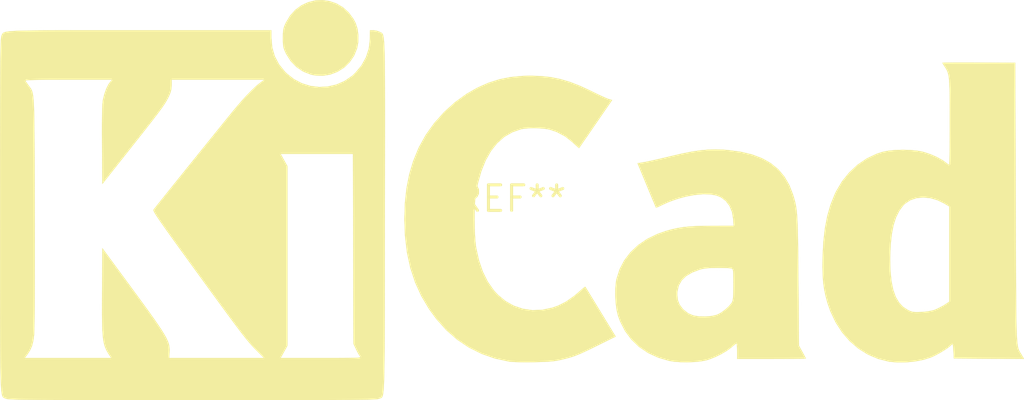
<source format=kicad_pcb>
(kicad_pcb (version 20240108) (generator pcbnew)
  (layers (0 "F.Cu" signal) (31 "B.Cu" signal) (34 "B.Paste" user) (35 "F.Paste" user) (36 "B.SilkS" user "B.Silkscreen") (37 "F.SilkS" user "F.Silkscreen") (38 "B.Mask" user) (39 "F.Mask" user) (44 "Edge.Cuts" user))
  (net 0 "")
  (footprint "KiCad-Logo_20mm_SilkScreen" (layer "F.Cu") (at 0 0)
    (property "Reference" "REF**")
    (property "Value" "KiCad-Logo_20mm_SilkScreen")
    (fp_poly (pts (xy -9.038074 -9.82526) (xy -8.696237 -9.706738) (xy -8.377974 -9.520185) (xy -8.093738 -9.265625) (xy -7.853979 -8.943082) (xy -7.746279 -8.739785) (xy -7.65307 -8.455428) (xy -7.607892 -8.127149) (xy -7.612896 -7.789658) (xy -7.668444 -7.483834) (xy -7.820269 -7.110127) (xy -8.04043 -6.785963) (xy -8.317736 -6.517721) (xy -8.640996 -6.311778) (xy -8.999023 -6.174513) (xy -9.380625 -6.112305) (xy -9.774612 -6.13153) (xy -9.968818 -6.172617) (xy -10.347308 -6.319849) (xy -10.683469 -6.544517) (xy -10.969191 -6.839695) (xy -11.196366 -7.198456) (xy -11.215586 -7.237635) (xy -11.282029 -7.384658) (xy -11.323748 -7.508483) (xy -11.346398 -7.639108) (xy -11.355636 -7.806534) (xy -11.357169 -7.98871) (xy -11.354634 -8.207586) (xy -11.34319 -8.365818) (xy -11.317083 -8.493746) (xy -11.270554 -8.621711) (xy -11.213121 -8.747961) (xy -10.998896 -9.10635) (xy -10.735086 -9.396534) (xy -10.432144 -9.618539) (xy -10.100521 -9.77239) (xy -9.750667 -9.85811) (xy -9.393034 -9.875725) (xy -9.038074 -9.82526)) (layer "F.SilkS") (stroke (width 0.01)) (fill solid))
    (fp_poly (pts (xy 1.458655 -6.098705) (xy 1.94951 -6.044968) (xy 2.425066 -5.948784) (xy 2.904667 -5.805138) (xy 3.40766 -5.609011) (xy 3.95339 -5.355388) (xy 4.051669 -5.306261) (xy 4.277206 -5.19515) (xy 4.489919 -5.095101) (xy 4.668813 -5.015668) (xy 4.792894 -4.966408) (xy 4.811955 -4.960206) (xy 4.994623 -4.905477) (xy 4.176926 -3.715911) (xy 3.97701 -3.425175) (xy 3.794231 -3.15955) (xy 3.634805 -2.928053) (xy 3.504948 -2.739703) (xy 3.410875 -2.603517) (xy 3.358802 -2.528515) (xy 3.350342 -2.516636) (xy 3.315981 -2.541472) (xy 3.231399 -2.616133) (xy 3.111723 -2.727058) (xy 3.045676 -2.789755) (xy 2.671471 -3.087387) (xy 2.251211 -3.313554) (xy 1.889068 -3.437438) (xy 1.671679 -3.476345) (xy 1.399489 -3.500054) (xy 1.104511 -3.508127) (xy 0.81876 -3.500123) (xy 0.574248 -3.475603) (xy 0.476678 -3.456825) (xy 0.036912 -3.305526) (xy -0.35937 -3.074507) (xy -0.711874 -2.764192) (xy -1.020306 -2.375002) (xy -1.284374 -1.90736) (xy -1.503784 -1.361688) (xy -1.678243 -0.738409) (xy -1.781925 -0.204839) (xy -1.808976 0.030711) (xy -1.827406 0.335007) (xy -1.837395 0.686182) (xy -1.839121 1.06237) (xy -1.832761 1.441703) (xy -1.818494 1.802314) (xy -1.796498 2.122337) (xy -1.76695 2.379904) (xy -1.760554 2.419644) (xy -1.619582 3.059767) (xy -1.427507 3.626306) (xy -1.183162 4.121797) (xy -0.885376 4.54878) (xy -0.674 4.779625) (xy -0.294124 5.093046) (xy 0.12248 5.325367) (xy 0.568784 5.475325) (xy 1.037761 5.541656) (xy 1.522383 5.523095) (xy 2.015622 5.418377) (xy 2.307233 5.315912) (xy 2.710776 5.110727) (xy 3.1267 4.816395) (xy 3.359682 4.617353) (xy 3.490502 4.502151) (xy 3.593284 4.417632) (xy 3.651788 4.376906) (xy 3.65905 4.375663) (xy 3.685162 4.417278) (xy 3.752821 4.527247) (xy 3.856262 4.696142) (xy 3.989722 4.914536) (xy 4.147438 5.173) (xy 4.323644 5.462108) (xy 4.421723 5.62316) (xy 5.170878 6.853669) (xy 4.235528 7.315916) (xy 3.89734 7.481954) (xy 3.623379 7.612882) (xy 3.396899 7.715204) (xy 3.201152 7.795422) (xy 3.019394 7.860038) (xy 2.834877 7.915555) (xy 2.630856 7.968476) (xy 2.435304 8.014949) (xy 2.261492 8.050909) (xy 2.07972 8.078085) (xy 1.871789 8.097985) (xy 1.619505 8.112116) (xy 1.304668 8.121987) (xy 1.092473 8.126248) (xy 0.789705 8.129156) (xy 0.499389 8.12769) (xy 0.240738 8.122267) (xy 0.032963 8.113306) (xy -0.104723 8.101225) (xy -0.112882 8.10002) (xy -0.827848 7.945341) (xy -1.499251 7.710749) (xy -2.126853 7.396398) (xy -2.710419 7.002444) (xy -3.249713 6.52904) (xy -3.744499 5.976342) (xy -4.102835 5.485125) (xy -4.484315 4.842164) (xy -4.792685 4.163159) (xy -5.029436 3.442667) (xy -5.19606 2.675243) (xy -5.294047 1.855445) (xy -5.324918 1.022999) (xy -5.299528 0.217723) (xy -5.21974 -0.525263) (xy -5.083019 -1.218491) (xy -4.886828 -1.874494) (xy -4.628634 -2.505804) (xy -4.597804 -2.571209) (xy -4.258157 -3.182601) (xy -3.840996 -3.764401) (xy -3.358141 -4.304567) (xy -2.82141 -4.791056) (xy -2.242623 -5.211826) (xy -1.703311 -5.520476) (xy -1.158493 -5.762217) (xy -0.612518 -5.937328) (xy -0.044252 -6.050579) (xy 0.567442 -6.106733) (xy 0.933154 -6.115013) (xy 1.458655 -6.098705)) (layer "F.SilkS") (stroke (width 0.01)) (fill solid))
    (fp_poly (pts (xy 22.684945 -6.77397) (xy 23.07209 -6.772382) (xy 23.203673 -6.77158) (xy 25.013082 -6.759678) (xy 25.035842 0.182079) (xy 25.038848 1.123401) (xy 25.041514 1.978107) (xy 25.04401 2.750619) (xy 25.04651 3.445356) (xy 25.049182 4.066742) (xy 25.0522 4.619198) (xy 25.055733 5.107144) (xy 25.059954 5.535003) (xy 25.065033 5.907196) (xy 25.071142 6.228145) (xy 25.078452 6.502271) (xy 25.087134 6.733996) (xy 25.09736 6.927741) (xy 25.1093 7.087927) (xy 25.123126 7.218977) (xy 25.139009 7.325311) (xy 25.157121 7.411352) (xy 25.177632 7.48152) (xy 25.200714 7.540238) (xy 25.226538 7.591926) (xy 25.255275 7.641007) (xy 25.287097 7.691901) (xy 25.322175 7.749031) (xy 25.329365 7.761199) (xy 25.449993 7.967036) (xy 21.963261 7.94319) (xy 21.940501 7.560237) (xy 21.928109 7.376455) (xy 21.915195 7.270204) (xy 21.897672 7.228044) (xy 21.871454 7.236537) (xy 21.849462 7.26083) (xy 21.753661 7.349319) (xy 21.597522 7.463061) (xy 21.403042 7.588466) (xy 21.192219 7.711944) (xy 20.987053 7.819905) (xy 20.829522 7.890935) (xy 20.460457 8.007658) (xy 20.037011 8.09034) (xy 19.590444 8.135824) (xy 19.152018 8.140948) (xy 18.752992 8.102554) (xy 18.746422 8.101455) (xy 18.200422 7.964449) (xy 17.689313 7.746167) (xy 17.218024 7.451301) (xy 16.791487 7.084543) (xy 16.41463 6.650585) (xy 16.092383 6.15412) (xy 15.829676 5.599839) (xy 15.68664 5.189247) (xy 15.592315 4.845742) (xy 15.522364 4.513112) (xy 15.474649 4.17115) (xy 15.447031 3.799651) (xy 15.437371 3.378408) (xy 15.441649 3.034436) (xy 18.800543 3.034436) (xy 18.816437 3.61122) (xy 18.866578 4.107445) (xy 18.952506 4.527516) (xy 19.075764 4.875836) (xy 19.237896 5.156811) (xy 19.440444 5.374843) (xy 19.674243 5.528975) (xy 19.7959 5.586515) (xy 19.901412 5.621012) (xy 20.019046 5.636794) (xy 20.177071 5.638192) (xy 20.347311 5.632047) (xy 20.682102 5.602517) (xy 20.946891 5.544689) (xy 21.030107 5.515722) (xy 21.220125 5.43017) (xy 21.420538 5.322738) (xy 21.508064 5.26896) (xy 21.735663 5.119675) (xy 21.735663 0.387843) (xy 21.485304 0.237775) (xy 21.136153 0.068204) (xy 20.779431 -0.032081) (xy 20.428183 -0.063674) (xy 20.095455 -0.027164) (xy 19.794295 0.076855) (xy 19.537748 0.247793) (xy 19.454969 0.329843) (xy 19.255437 0.598686) (xy 19.09394 0.924118) (xy 18.969129 1.311718) (xy 18.879655 1.767064) (xy 18.824166 2.295735) (xy 18.801315 2.903307) (xy 18.800543 3.034436) (xy 15.441649 3.034436) (xy 15.443431 2.89126) (xy 15.481804 2.141931) (xy 15.558963 1.466046) (xy 15.676941 0.853761) (xy 15.837769 0.295229) (xy 16.043479 -0.219395) (xy 16.116886 -0.371964) (xy 16.412568 -0.869506) (xy 16.769884 -1.311654) (xy 17.180432 -1.691271) (xy 17.635813 -2.00122) (xy 18.127623 -2.234363) (xy 18.422432 -2.330536) (xy 18.711964 -2.38763) (xy 19.060341 -2.421599) (xy 19.438357 -2.432458) (xy 19.816808 -2.420223) (xy 20.166487 -2.384909) (xy 20.447253 -2.329508) (xy 20.781429 -2.220864) (xy 21.105325 -2.081155) (xy 21.388708 -1.924534) (xy 21.539535 -1.818237) (xy 21.643573 -1.739194) (xy 21.716422 -1.691065) (xy 21.732993 -1.68423) (xy 21.738131 -1.728265) (xy 21.742922 -1.854435) (xy 21.747259 -2.053836) (xy 21.751036 -2.317563) (xy 21.754147 -2.636711) (xy 21.756485 -3.002377) (xy 21.757946 -3.405656) (xy 21.758422 -3.816422) (xy 21.758156 -4.342541) (xy 21.756847 -4.786105) (xy 21.753731 -5.155599) (xy 21.748042 -5.459507) (xy 21.739015 -5.706313) (xy 21.725886 -5.904502) (xy 21.707889 -6.062558) (xy 21.684259 -6.188966) (xy 21.654232 -6.29221) (xy 21.617042 -6.380774) (xy 21.571923 -6.463142) (xy 21.518112 -6.547799) (xy 21.511189 -6.558281) (xy 21.441785 -6.667925) (xy 21.399883 -6.743321) (xy 21.394265 -6.759224) (xy 21.438171 -6.764242) (xy 21.563448 -6.768324) (xy 21.760429 -6.771403) (xy 22.019449 -6.773415) (xy 22.330843 -6.774293) (xy 22.684945 -6.77397)) (layer "F.SilkS") (stroke (width 0.01)) (fill solid))
    (fp_poly (pts (xy 10.501585 -2.439387) (xy 10.72712 -2.422315) (xy 11.372403 -2.336463) (xy 11.943869 -2.199529) (xy 12.4443 -2.009629) (xy 12.876481 -1.76488) (xy 13.243194 -1.463397) (xy 13.547223 -1.103296) (xy 13.791352 -0.682693) (xy 13.969619 -0.227599) (xy 14.014869 -0.082431) (xy 14.054273 0.053512) (xy 14.088295 0.187548) (xy 14.117399 0.326998) (xy 14.14205 0.47918) (xy 14.162713 0.651412) (xy 14.179851 0.851015) (xy 14.19393 1.085305) (xy 14.205414 1.361603) (xy 14.214768 1.687227) (xy 14.222456 2.069496) (xy 14.228943 2.515729) (xy 14.234692 3.033245) (xy 14.24017 3.629363) (xy 14.244086 4.096774) (xy 14.27043 7.305914) (xy 14.441129 7.614739) (xy 14.521959 7.763518) (xy 14.58211 7.87908) (xy 14.610806 7.94059) (xy 14.611827 7.944757) (xy 14.567967 7.949525) (xy 14.443018 7.953919) (xy 14.246935 7.957814) (xy 13.989667 7.961088) (xy 13.681167 7.963616) (xy 13.331388 7.965275) (xy 12.950279 7.965942) (xy 12.904838 7.96595) (xy 11.197849 7.96595) (xy 11.197849 7.579032) (xy 11.194938 7.404178) (xy 11.187171 7.270451) (xy 11.175994 7.198752) (xy 11.171054 7.192114) (xy 11.125872 7.219917) (xy 11.032885 7.292885) (xy 10.912026 7.395359) (xy 10.909316 7.39773) (xy 10.688763 7.561933) (xy 10.410222 7.726815) (xy 10.105167 7.876177) (xy 9.805071 7.993821) (xy 9.672939 8.034024) (xy 9.409985 8.085086) (xy 9.087329 8.11767) (xy 8.734506 8.131311) (xy 8.381053 8.125545) (xy 8.056507 8.099908) (xy 7.82939 8.063018) (xy 7.272424 7.89946) (xy 6.771005 7.666365) (xy 6.328399 7.366623) (xy 5.947868 7.003127) (xy 5.632677 6.578769) (xy 5.386088 6.09644) (xy 5.279708 5.803763) (xy 5.213038 5.519294) (xy 5.168855 5.177797) (xy 5.148412 4.810773) (xy 5.149084 4.757367) (xy 8.227688 4.757367) (xy 8.253217 5.030088) (xy 8.338225 5.256737) (xy 8.495341 5.467013) (xy 8.555685 5.528672) (xy 8.7702 5.695368) (xy 9.018141 5.802156) (xy 9.315189 5.853849) (xy 9.627998 5.857654) (xy 9.92469 5.832523) (xy 10.151854 5.783368) (xy 10.25051 5.746448) (xy 10.428325 5.645826) (xy 10.616729 5.504315) (xy 10.788625 5.345492) (xy 10.916918 5.192933) (xy 10.950985 5.136969) (xy 10.977468 5.058595) (xy 10.996297 4.933888) (xy 11.008348 4.750933) (xy 11.0145 4.49782) (xy 11.01577 4.256925) (xy 11.01491 3.976073) (xy 11.011434 3.772998) (xy 11.004003 3.634443) (xy 10.991276 3.547154) (xy 10.971911 3.497876) (xy 10.944568 3.473354) (xy 10.936111 3.469449) (xy 10.862618 3.457421) (xy 10.717668 3.447583) (xy 10.520834 3.440822) (xy 10.29169 3.438025) (xy 10.241935 3.438022) (xy 9.935643 3.44291) (xy 9.699012 3.457449) (xy 9.510985 3.483628) (xy 9.355671 3.521863) (xy 8.97041 3.667559) (xy 8.668289 3.846684) (xy 8.446691 4.062103) (xy 8.303002 4.316683) (xy 8.234604 4.613287) (xy 8.227688 4.757367) (xy 5.149084 4.757367) (xy 5.15296 4.449723) (xy 5.183754 4.126148) (xy 5.207774 3.99542) (xy 5.36115 3.510029) (xy 5.594373 3.063423) (xy 5.903039 2.659886) (xy 6.282747 2.303702) (xy 6.729095 1.999153) (xy 7.237679 1.750524) (xy 7.670071 1.599545) (xy 7.959057 1.520226) (xy 8.23547 1.458592) (xy 8.517215 1.412642) (xy 8.822196 1.380374) (xy 9.168316 1.359786) (xy 9.573479 1.348877) (xy 9.939787 1.345805) (xy 11.02599 1.342831) (xy 11.005183 1.01633) (xy 10.946095 0.662071) (xy 10.820402 0.357572) (xy 10.633455 0.110436) (xy 10.390606 -0.071734) (xy 10.176773 -0.160627) (xy 9.870392 -0.216651) (xy 9.505657 -0.224696) (xy 9.099666 -0.187728) (xy 8.669518 -0.108714) (xy 8.232309 0.009382) (xy 7.805137 0.163592) (xy 7.494707 0.30463) (xy 7.345352 0.377052) (xy 7.231431 0.427634) (xy 7.173496 0.447371) (xy 7.170351 0.446738) (xy 7.150359 0.402529) (xy 7.100437 0.28535) (xy 7.025283 0.106425) (xy 6.929595 -0.123017) (xy 6.81807 -0.391751) (xy 6.704707 -0.666008) (xy 6.251495 -1.764453) (xy 6.573866 -1.817402) (xy 6.713591 -1.843969) (xy 6.923638 -1.888588) (xy 7.186013 -1.947211) (xy 7.482722 -2.015786) (xy 7.795772 -2.090263) (xy 7.92043 -2.120529) (xy 8.45973 -2.245615) (xy 8.931887 -2.339396) (xy 9.354525 -2.403769) (xy 9.74527 -2.440629) (xy 10.121748 -2.45187) (xy 10.501585 -2.439387)) (layer "F.SilkS") (stroke (width 0.01)) (fill solid))
    (fp_poly (pts (xy -19.745743 -8.375764) (xy -18.868739 -8.375646) (xy -18.460505 -8.375628) (xy -11.926165 -8.375628) (xy -11.926165 -7.990444) (xy -11.885053 -7.521707) (xy -11.760973 -7.089402) (xy -11.55281 -6.69096) (xy -11.25945 -6.323811) (xy -11.160197 -6.224651) (xy -10.803159 -5.943382) (xy -10.409482 -5.738246) (xy -9.990861 -5.60915) (xy -9.558988 -5.556001) (xy -9.125555 -5.578706) (xy -8.702255 -5.677172) (xy -8.300781 -5.851304) (xy -7.932826 -6.101012) (xy -7.767572 -6.251665) (xy -7.459622 -6.62104) (xy -7.233806 -7.027231) (xy -7.092094 -7.465596) (xy -7.036453 -7.93149) (xy -7.035714 -7.977323) (xy -7.032796 -8.375613) (xy -6.857741 -8.37562) (xy -6.70245 -8.354545) (xy -6.560593 -8.303266) (xy -6.551218 -8.297968) (xy -6.519179 -8.281344) (xy -6.489757 -8.268397) (xy -6.462847 -8.255356) (xy -6.438342 -8.23845) (xy -6.416135 -8.213908) (xy -6.39612 -8.177959) (xy -6.378192 -8.126831) (xy -6.362243 -8.056755) (xy -6.348168 -7.963957) (xy -6.335859 -7.844668) (xy -6.325212 -7.695116) (xy -6.316118 -7.511531) (xy -6.308473 -7.29014) (xy -6.302169 -7.027173) (xy -6.2971 -6.718859) (xy -6.293161 -6.361427) (xy -6.290244 -5.951105) (xy -6.288244 -5.484122) (xy -6.287054 -4.956708) (xy -6.286567 -4.365091) (xy -6.286678 -3.705499) (xy -6.287279 -2.974163) (xy -6.288266 -2.167311) (xy -6.289531 -1.281171) (xy -6.290968 -0.311972) (xy -6.29247 0.744056) (xy -6.292645 0.872715) (xy -6.293992 1.935478) (xy -6.295135 2.910971) (xy -6.296195 3.802964) (xy -6.297294 4.615226) (xy -6.298551 5.351528) (xy -6.300088 6.015637) (xy -6.302027 6.611324) (xy -6.304488 7.142359) (xy -6.307592 7.612509) (xy -6.31146 8.025546) (xy -6.316214 8.385238) (xy -6.321975 8.695355) (xy -6.328863 8.959666) (xy -6.337 9.18194) (xy -6.346506 9.365948) (xy -6.357503 9.515458) (xy -6.370112 9.63424) (xy -6.384454 9.726063) (xy -6.40065 9.794696) (xy -6.418821 9.84391) (xy -6.439088 9.877474) (xy -6.461572 9.899156) (xy -6.486394 9.912726) (xy -6.513676 9.921955) (xy -6.543538 9.93061) (xy -6.576101 9.942462) (xy -6.584056 9.94607) (xy -6.609057 9.954177) (xy -6.650901 9.961626) (xy -6.713243 9.968443) (xy -6.799736 9.974655) (xy -6.914033 9.980288) (xy -7.059788 9.985368) (xy -7.240656 9.989923) (xy -7.46029 9.993979) (xy -7.722343 9.997561) (xy -8.030469 10.000698) (xy -8.388322 10.003415) (xy -8.799556 10.005739) (xy -9.267824 10.007696) (xy -9.79678 10.009312) (xy -10.390077 10.010616) (xy -11.05137 10.011632) (xy -11.784313 10.012387) (xy -12.592558 10.012909) (xy -13.47976 10.013223) (xy -14.449571 10.013355) (xy -15.505647 10.013334) (xy -15.84774 10.0133) (xy -16.927244 10.013127) (xy -17.919407 10.012844) (xy -18.827925 10.012421) (xy -19.656495 10.011831) (xy -20.408816 10.011044) (xy -21.088585 10.010031) (xy -21.699499 10.008763) (xy -22.245256 10.007212) (xy -22.729552 10.005349) (xy -23.156086 10.003144) (xy -23.528555 10.000569) (xy -23.850656 9.997595) (xy -24.126087 9.994193) (xy -24.358545 9.990334) (xy -24.551728 9.98599) (xy -24.709332 9.98113) (xy -24.835056 9.975727) (xy -24.932597 9.969752) (xy -25.005652 9.963176) (xy -25.057919 9.955969) (xy -25.093095 9.948103) (xy -25.112271 9.9409) (xy -25.146352 9.926527) (xy -25.177645 9.915928) (xy -25.206267 9.905339) (xy -25.232337 9.890995) (xy -25.255974 9.869133) (xy -25.277295 9.835989) (xy -25.29642 9.787799) (xy -25.313467 9.720798) (xy -25.328554 9.631222) (xy -25.3418 9.515308) (xy -25.353323 9.36929) (xy -25.363242 9.189407) (xy -25.371675 8.971892) (xy -25.378741 8.712982) (xy -25.384558 8.408913) (xy -25.389245 8.055921) (xy -25.390472 7.92043) (xy -24.175601 7.92043) (xy -19.881645 7.92043) (xy -19.964268 7.795251) (xy -20.046462 7.666613) (xy -20.116066 7.544116) (xy -20.174068 7.419187) (xy -20.221461 7.283255) (xy -20.259233 7.127746) (xy -20.288375 6.944088) (xy -20.309876 6.723708) (xy -20.324728 6.458033) (xy -20.333919 6.138492) (xy -20.33844 5.756512) (xy -20.339281 5.303519) (xy -20.337432 4.770943) (xy -20.336383 4.57322) (xy -20.324552 2.453539) (xy -18.981721 4.281684) (xy -18.601299 4.800306) (xy -18.271709 5.251905) (xy -17.989391 5.642464) (xy -17.750789 5.977967) (xy -17.552341 6.264395) (xy -17.390491 6.507733) (xy -17.261678 6.713964) (xy -17.162344 6.889069) (xy -17.088931 7.039033) (xy -17.037879 7.169838) (xy -17.00563 7.287467) (xy -16.988625 7.397903) (xy -16.983305 7.507129) (xy -16.986112 7.621128) (xy -16.986828 7.635457) (xy -17.001613 7.920621) (xy -14.648727 7.920525) (xy -12.295841 7.92043) (xy -12.64586 7.567499) (xy -12.74084 7.47097) (xy -12.830943 7.377042) (xy -12.920126 7.280537) (xy -13.01234 7.176274) (xy -13.111542 7.059072) (xy -13.221685 6.923752) (xy -13.346723 6.765134) (xy -13.490612 6.578038) (xy -13.657304 6.357283) (xy -13.850756 6.097689) (xy -14.07492 5.794077) (xy -14.333751 5.441266) (xy -14.631204 5.034077) (xy -14.971232 4.567328) (xy -15.357791 4.035841) (xy -15.674636 3.599866) (xy -16.072287 3.052153) (xy -16.41918 2.573262) (xy -16.718457 2.158645) (xy -16.973261 1.803756) (xy -17.186734 1.504049) (xy -17.362019 1.254977) (xy -17.502259 1.051993) (xy -17.610595 0.890551) (xy -17.690171 0.766104) (xy -17.744128 0.674105) (xy -17.77561 0.610007) (xy -17.787759 0.569264) (xy -17.784107 0.547844) (xy -17.739855 0.49084) (xy -17.64418 0.37018) (xy -17.502855 0.193034) (xy -17.321653 -0.033425) (xy -17.106346 -0.302026) (xy -16.862709 -0.605596) (xy -16.596514 -0.936963) (xy -16.313534 -1.288955) (xy -16.019542 -1.654401) (xy -15.720311 -2.026128) (xy -15.555725 -2.230466) (xy -11.469246 -2.230466) (xy -11.12957 -1.61595) (xy -11.12957 7.305914) (xy -11.469246 7.92043) (xy -9.460185 7.92043) (xy -8.980568 7.92029) (xy -8.584411 7.919661) (xy -8.264136 7.918225) (xy -8.012163 7.915666) (xy -7.820914 7.911667) (xy -7.682809 7.905911) (xy -7.590269 7.898081) (xy -7.535716 7.887862) (xy -7.511571 7.874935) (xy -7.510254 7.858985) (xy -7.524188 7.839695) (xy -7.524332 7.839536) (xy -7.581726 7.756512) (xy -7.657728 7.621517) (xy -7.724846 7.486758) (xy -7.852151 7.214874) (xy -7.865135 2.492204) (xy -7.878118 -2.230466) (xy -11.469246 -2.230466) (xy -15.555725 -2.230466) (xy -15.421615 -2.396965) (xy -15.129226 -2.759739) (xy -14.848916 -3.107278) (xy -14.586461 -3.432411) (xy -14.347631 -3.727965) (xy -14.138201 -3.986769) (xy -13.963943 -4.20165) (xy -13.830631 -4.365437) (xy -13.752329 -4.460932) (xy -13.448272 -4.818033) (xy -13.155753 -5.140283) (xy -12.885026 -5.417134) (xy -12.646341 -5.638034) (xy -12.476952 -5.773465) (xy -12.276664 -5.917563) (xy -16.883066 -5.917563) (xy -16.881773 -5.647256) (xy -16.894647 -5.448529) (xy -16.943047 -5.264289) (xy -17.01797 -5.08964) (xy -17.066673 -4.990974) (xy -17.119038 -4.893209) (xy -17.179847 -4.789856) (xy -17.253885 -4.674424) (xy -17.345935 -4.540424) (xy -17.460781 -4.381364) (xy -17.603205 -4.190756) (xy -17.777992 -3.962108) (xy -17.989925 -3.68893) (xy -18.243788 -3.364733) (xy -18.544364 -2.983026) (xy -18.896436 -2.537319) (xy -18.936201 -2.487028) (xy -20.324552 -0.731342) (xy -20.337993 -2.675797) (xy -20.340699 -3.258218) (xy -20.340123 -3.751283) (xy -20.336236 -4.156617) (xy -20.329011 -4.475846) (xy -20.318418 -4.710594) (xy -20.304431 -4.862487) (xy -20.29973 -4.8913) (xy -20.225973 -5.194805) (xy -20.129336 -5.468416) (xy -20.019061 -5.68841) (xy -19.952812 -5.781714) (xy -19.838503 -5.917563) (xy -22.007422 -5.917563) (xy -22.524808 -5.917121) (xy -22.957462 -5.915681) (xy -23.311689 -5.913076) (xy -23.593794 -5.909138) (xy -23.81008 -5.903699) (xy -23.966851 -5.896591) (xy -24.070413 -5.887646) (xy -24.127069 -5.876695) (xy -24.143123 -5.86357) (xy -24.142013 -5.860663) (xy -24.096034 -5.791261) (xy -24.019273 -5.681253) (xy -23.979559 -5.625616) (xy -23.938498 -5.570094) (xy -23.901592 -5.520443) (xy -23.868606 -5.471778) (xy -23.839309 -5.419211) (xy -23.813468 -5.357856) (xy -23.790851 -5.282828) (xy -23.771226 -5.189241) (xy -23.75436 -5.072208) (xy -23.740021 -4.926843) (xy -23.727976 -4.748261) (xy -23.717993 -4.531575) (xy -23.70984 -4.271898) (xy -23.703285 -3.964346) (xy -23.698094 -3.604031) (xy -23.694036 -3.186068) (xy -23.690879 -2.70557) (xy -23.688389 -2.157652) (xy -23.686335 -1.537428) (xy -23.684483 -0.840011) (xy -23.682603 -0.060514) (xy -23.680846 0.65559) (xy -23.679186 1.453921) (xy -23.678324 2.215604) (xy -23.678235 2.935773) (xy -23.678896 3.609563) (xy -23.680286 4.232108) (xy -23.682381 4.798544) (xy -23.685157 5.304006) (xy -23.688593 5.743628) (xy -23.692665 6.112545) (xy -23.69735 6.405892) (xy -23.702626 6.618804) (xy -23.708469 6.746416) (xy -23.709575 6.759902) (xy -23.749841 7.06928) (xy -23.812706 7.317744) (xy -23.908439 7.534584) (xy -24.047314 7.749087) (xy -24.064685 7.772491) (xy -24.175601 7.92043) (xy -25.390472 7.92043) (xy -25.39292 7.650242) (xy -25.395701 7.188111) (xy -25.397707 6.665765) (xy -25.399057 6.07944) (xy -25.399869 5.425371) (xy -25.40026 4.699795) (xy -25.400351 3.898947) (xy -25.40026 3.019063) (xy -25.400104 2.056379) (xy -25.400003 1.007132) (xy -25.4 0.798835) (xy -25.399941 -0.261463) (xy -25.399744 -1.234458) (xy -25.39938 -2.123887) (xy -25.39882 -2.933485) (xy -25.398036 -3.666991) (xy -25.396997 -4.32814) (xy -25.395676 -4.920668) (xy -25.394043 -5.448313) (xy -25.392069 -5.914811) (xy -25.389726 -6.323898) (xy -25.386984 -6.679311) (xy -25.383814 -6.984786) (xy -25.380187 -7.24406) (xy -25.376075 -7.46087) (xy -25.371448 -7.638951) (xy -25.366278 -7.782041) (xy -25.360535 -7.893876) (xy -25.354191 -7.978193) (xy -25.347216 -8.038727) (xy -25.339581 -8.079216) (xy -25.331258 -8.103396) (xy -25.33095 -8.103999) (xy -25.313807 -8.140938) (xy -25.299529 -8.17438) (xy -25.283735 -8.204498) (xy -25.262042 -8.231466) (xy -25.230072 -8.255457) (xy -25.183442 -8.276644) (xy -25.117771 -8.2952) (xy -25.028679 -8.311299) (xy -24.911784 -8.325114) (xy -24.762706 -8.336817) (xy -24.577062 -8.346583) (xy -24.350473 -8.354584) (xy -24.078558 -8.360994) (xy -23.756934 -8.365985) (xy -23.381222 -8.369731) (xy -22.947039 -8.372406) (xy -22.450006 -8.374182) (xy -21.885741 -8.375233) (xy -21.249862 -8.375731) (xy -20.53799 -8.375851) (xy -19.745743 -8.375764)) (layer "F.SilkS") (stroke (width 0.01)) (fill solid))
  )
)
</source>
